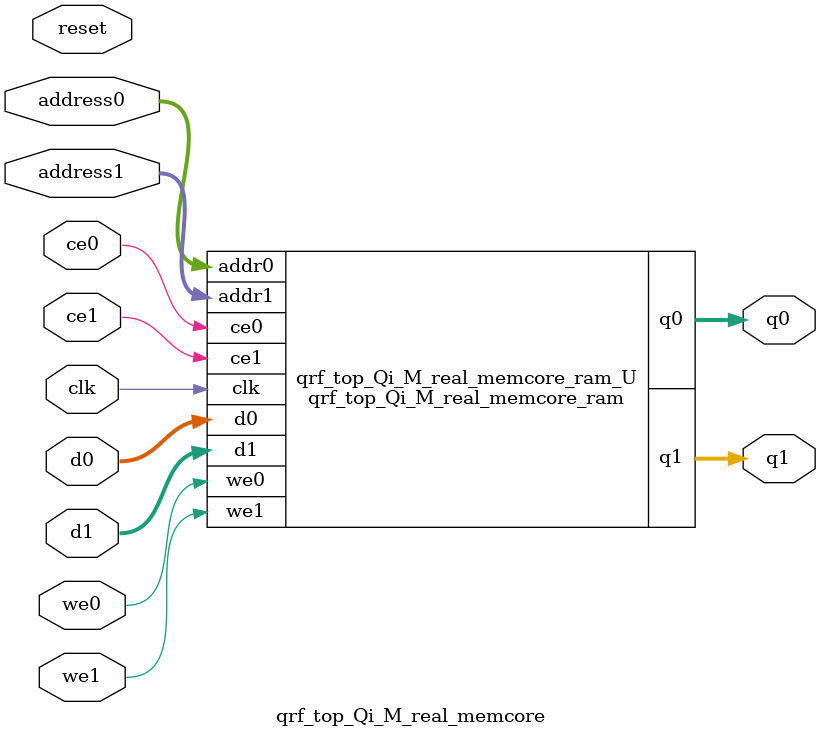
<source format=v>
`timescale 1 ns / 1 ps
module qrf_top_Qi_M_real_memcore_ram (addr0, ce0, d0, we0, q0, addr1, ce1, d1, we1, q1,  clk);

parameter DWIDTH = 32;
parameter AWIDTH = 4;
parameter MEM_SIZE = 16;

input[AWIDTH-1:0] addr0;
input ce0;
input[DWIDTH-1:0] d0;
input we0;
output reg[DWIDTH-1:0] q0;
input[AWIDTH-1:0] addr1;
input ce1;
input[DWIDTH-1:0] d1;
input we1;
output reg[DWIDTH-1:0] q1;
input clk;

(* ram_style = "block" *)reg [DWIDTH-1:0] ram[0:MEM_SIZE-1];




always @(posedge clk)  
begin 
    if (ce0) 
    begin
        if (we0) 
        begin 
            ram[addr0] <= d0; 
        end 
        q0 <= ram[addr0];
    end
end


always @(posedge clk)  
begin 
    if (ce1) 
    begin
        if (we1) 
        begin 
            ram[addr1] <= d1; 
        end 
        q1 <= ram[addr1];
    end
end


endmodule

`timescale 1 ns / 1 ps
module qrf_top_Qi_M_real_memcore(
    reset,
    clk,
    address0,
    ce0,
    we0,
    d0,
    q0,
    address1,
    ce1,
    we1,
    d1,
    q1);

parameter DataWidth = 32'd32;
parameter AddressRange = 32'd16;
parameter AddressWidth = 32'd4;
input reset;
input clk;
input[AddressWidth - 1:0] address0;
input ce0;
input we0;
input[DataWidth - 1:0] d0;
output[DataWidth - 1:0] q0;
input[AddressWidth - 1:0] address1;
input ce1;
input we1;
input[DataWidth - 1:0] d1;
output[DataWidth - 1:0] q1;



qrf_top_Qi_M_real_memcore_ram qrf_top_Qi_M_real_memcore_ram_U(
    .clk( clk ),
    .addr0( address0 ),
    .ce0( ce0 ),
    .we0( we0 ),
    .d0( d0 ),
    .q0( q0 ),
    .addr1( address1 ),
    .ce1( ce1 ),
    .we1( we1 ),
    .d1( d1 ),
    .q1( q1 ));

endmodule


</source>
